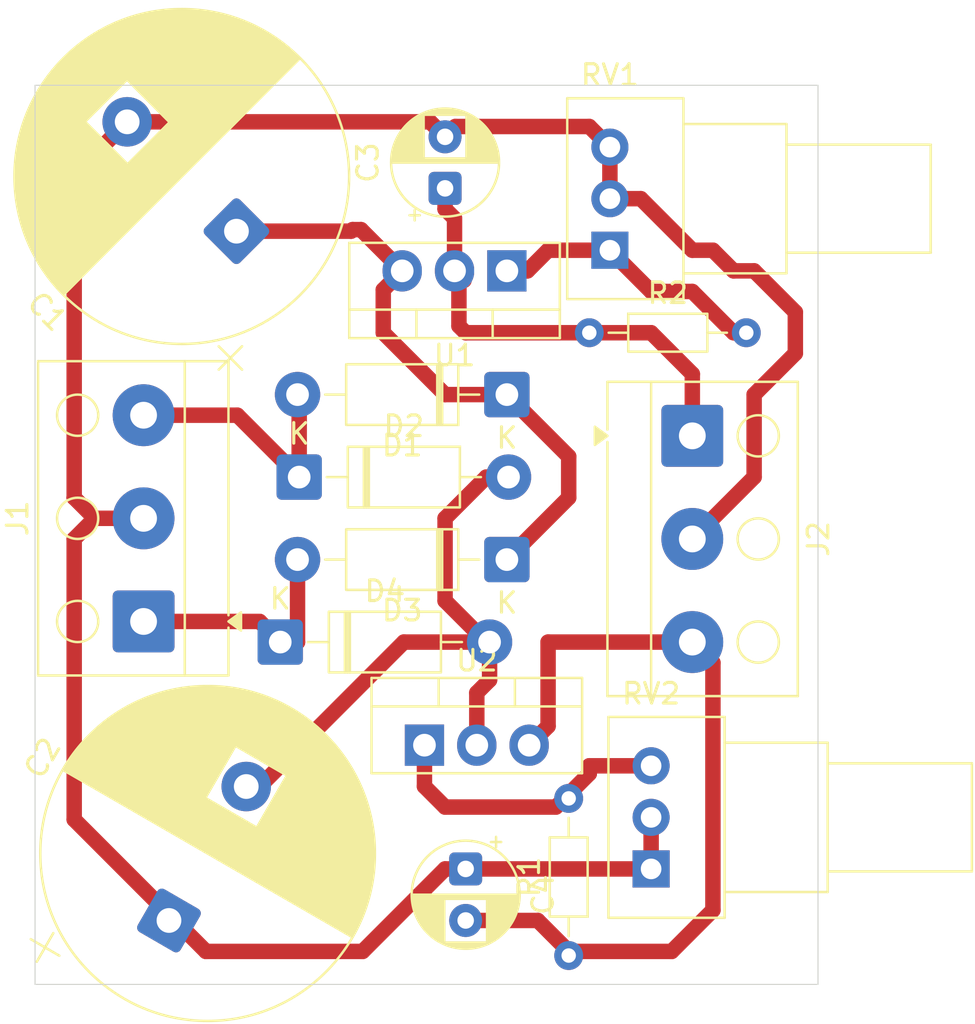
<source format=kicad_pcb>
(kicad_pcb (version 20241229) (generator "pcbnew") (generator_version "9.0")
  (layers (0 "F.Cu" signal) (2 "B.Cu" signal) (13 "F.Paste" user) (15 "B.Paste" user) (5 "F.SilkS" user "F.Silkscreen") (7 "B.SilkS" user "B.Silkscreen") (1 "F.Mask" user) (3 "B.Mask" user) (25 "Edge.Cuts" user))
  (net 0 "")
  (net 1 "Net-(J1-Pin_2)")
  (net 2 "Net-(D1-K)")
  (net 3 "Net-(D2-A)")
  (net 4 "Net-(J2-Pin_1)")
  (net 5 "Net-(J2-Pin_3)")
  (net 6 "Net-(D1-A)")
  (net 7 "Net-(D3-A)")
  (net 8 "Net-(U2-ADJ)")
  (net 9 "Net-(U1-ADJ)")
  (footprint "Package_TO_SOT_THT:TO-220-3_Vertical" (layer "F.Cu") (at 117 89)
    (property "Reference" "U2" (at 2.54 -4.100001 0) (layer "F.SilkS"))
    (property "Value" "LM337_TO220")
    (pad "1" thru_hole rect (at 0 0) (size 1.905 2) (drill 1.1) (layers "*.Cu" "*.Mask") (net 8 "Net-(U2-ADJ)"))
    (pad "2" thru_hole oval (at 2.540003 0.000002) (size 1.905 2) (drill 1.1) (layers "*.Cu" "*.Mask") (net 3 "Net-(D2-A)"))
    (pad "3" thru_hole oval (at 5.08 0) (size 1.905 2) (drill 1.1) (layers "*.Cu" "*.Mask") (net 5 "Net-(J2-Pin_3)"))
  )
  (footprint "Capacitor_THT:CP_Radial_D5.0mm_P2.50mm" (layer "F.Cu") (at 119 95 -90)
    (property "Reference" "C4" (at 1.25 -3.749999 90) (layer "F.SilkS"))
    (property "Value" "C_US")
    (pad "1" thru_hole roundrect (at 0 0 270) (size 1.6 1.6) (drill 0.8) (layers "*.Cu" "*.Mask") (roundrect_rratio 0.15625) (net 1 "Net-(J1-Pin_2)"))
    (pad "2" thru_hole circle (at 2.500001 0 270) (size 1.6 1.6) (drill 0.8) (layers "*.Cu" "*.Mask") (net 5 "Net-(J2-Pin_3)"))
  )
  (footprint "Capacitor_THT:CP_Radial_D16.0mm_P7.50mm" (layer "F.Cu") (at 107.875001 64.076516 135)
    (property "Reference" "C1" (at 3.75 -9.25 135) (layer "F.SilkS"))
    (property "Value" "C_US")
    (pad "1" thru_hole roundrect (at 0 0 135) (size 2.4 2.4) (drill 1.2) (layers "*.Cu" "*.Mask") (roundrect_rratio 0.104167) (net 2 "Net-(D1-K)"))
    (pad "2" thru_hole circle (at 7.5 0 135) (size 2.4 2.4) (drill 1.2) (layers "*.Cu" "*.Mask") (net 1 "Net-(J1-Pin_2)"))
  )
  (footprint "Diode_THT:D_DO-41_SOD81_P10.16mm_Horizontal" (layer "F.Cu") (at 121 72 180)
    (property "Reference" "D1" (at 5.079998 -2.469999 0) (layer "F.SilkS"))
    (property "Value" "1N4007")
    (fp_text user "K" (at 0 -2.1 0) (layer "F.SilkS"))
    (pad "1" thru_hole roundrect (at 0 0 180) (size 2.2 2.2) (drill 1.1) (layers "*.Cu" "*.Mask") (roundrect_rratio 0.113636) (net 2 "Net-(D1-K)"))
    (pad "2" thru_hole circle (at 10.159999 0.000002 180) (size 2.2 2.2) (drill 1.1) (layers "*.Cu" "*.Mask") (net 6 "Net-(D1-A)"))
  )
  (footprint "Diode_THT:D_DO-41_SOD81_P10.16mm_Horizontal" (layer "F.Cu") (at 121 80 180)
    (property "Reference" "D3" (at 5.079999 -2.469999 0) (layer "F.SilkS"))
    (property "Value" "1N4007")
    (fp_text user "K" (at 0 -2.1 0) (layer "F.SilkS"))
    (pad "1" thru_hole roundrect (at 0 0 180) (size 2.2 2.2) (drill 1.1) (layers "*.Cu" "*.Mask") (roundrect_rratio 0.113636) (net 2 "Net-(D1-K)"))
    (pad "2" thru_hole circle (at 10.159999 0.000002 180) (size 2.2 2.2) (drill 1.1) (layers "*.Cu" "*.Mask") (net 7 "Net-(D3-A)"))
  )
  (footprint "Potentiometer_THT:Potentiometer_Alps_RK09Y11_Single_Horizontal" (layer "F.Cu") (at 126 65 180)
    (property "Reference" "RV1" (at 0 8.5 0) (layer "F.SilkS"))
    (property "Value" "R_Potentiometer")
    (pad "1" thru_hole rect (at 0 0) (size 1.8 1.8) (drill 1) (layers "*.Cu" "*.Mask") (net 9 "Net-(U1-ADJ)"))
    (pad "2" thru_hole circle (at -0.000001 2.5) (size 1.8 1.8) (drill 1) (layers "*.Cu" "*.Mask") (net 1 "Net-(J1-Pin_2)"))
    (pad "3" thru_hole circle (at 0 5) (size 1.8 1.8) (drill 1) (layers "*.Cu" "*.Mask") (net 1 "Net-(J1-Pin_2)"))
  )
  (footprint "Capacitor_THT:CP_Radial_D5.0mm_P2.50mm" (layer "F.Cu") (at 118 62 90)
    (property "Reference" "C3" (at 1.250001 -3.750001 90) (layer "F.SilkS"))
    (property "Value" "C_US")
    (pad "1" thru_hole roundrect (at 0 0 90) (size 1.6 1.6) (drill 0.8) (layers "*.Cu" "*.Mask") (roundrect_rratio 0.15625) (net 4 "Net-(J2-Pin_1)"))
    (pad "2" thru_hole circle (at 2.5 -0.000001 90) (size 1.6 1.6) (drill 0.8) (layers "*.Cu" "*.Mask") (net 1 "Net-(J1-Pin_2)"))
  )
  (footprint "Diode_THT:D_DO-41_SOD81_P10.16mm_Horizontal" (layer "F.Cu") (at 110 84)
    (property "Reference" "D4" (at 5.08 -2.47 0) (layer "F.SilkS"))
    (property "Value" "1N4007")
    (fp_text user "K" (at 0 -2.1 0) (layer "F.SilkS"))
    (pad "1" thru_hole roundrect (at 0 0) (size 2.2 2.2) (drill 1.1) (layers "*.Cu" "*.Mask") (roundrect_rratio 0.113636) (net 7 "Net-(D3-A)"))
    (pad "2" thru_hole circle (at 10.159999 0) (size 2.2 2.2) (drill 1.1) (layers "*.Cu" "*.Mask") (net 3 "Net-(D2-A)"))
  )
  (footprint "Capacitor_THT:CP_Radial_D16.0mm_P7.50mm" (layer "F.Cu") (at 104.6 97.5 60)
    (property "Reference" "C2" (at 3.75 -9.25 60) (layer "F.SilkS"))
    (property "Value" "C_US")
    (pad "1" thru_hole roundrect (at 0 0 60) (size 2.4 2.4) (drill 1.2) (layers "*.Cu" "*.Mask") (roundrect_rratio 0.104167) (net 1 "Net-(J1-Pin_2)"))
    (pad "2" thru_hole circle (at 7.5 0 60) (size 2.4 2.4) (drill 1.2) (layers "*.Cu" "*.Mask") (net 3 "Net-(D2-A)"))
  )
  (footprint "Potentiometer_THT:Potentiometer_Alps_RK09Y11_Single_Horizontal" (layer "F.Cu") (at 128 95 180)
    (property "Reference" "RV2" (at 0 8.5 0) (layer "F.SilkS"))
    (property "Value" "R_Potentiometer")
    (pad "1" thru_hole rect (at 0 0) (size 1.8 1.8) (drill 1) (layers "*.Cu" "*.Mask") (net 1 "Net-(J1-Pin_2)"))
    (pad "2" thru_hole circle (at 0 2.500001) (size 1.8 1.8) (drill 1) (layers "*.Cu" "*.Mask") (net 1 "Net-(J1-Pin_2)"))
    (pad "3" thru_hole circle (at 0 5) (size 1.8 1.8) (drill 1) (layers "*.Cu" "*.Mask") (net 8 "Net-(U2-ADJ)"))
  )
  (footprint "Package_TO_SOT_THT:TO-220-3_Vertical" (layer "F.Cu") (at 121 66 180)
    (property "Reference" "U1" (at 2.54 -4.1 0) (layer "F.SilkS"))
    (property "Value" "LM317_TO-220")
    (pad "1" thru_hole rect (at 0 0 180) (size 1.905 2) (drill 1.1) (layers "*.Cu" "*.Mask") (net 9 "Net-(U1-ADJ)"))
    (pad "2" thru_hole oval (at 2.540004 0.000003 180) (size 1.905 2) (drill 1.1) (layers "*.Cu" "*.Mask") (net 4 "Net-(J2-Pin_1)"))
    (pad "3" thru_hole oval (at 5.08 0 180) (size 1.905 2) (drill 1.1) (layers "*.Cu" "*.Mask") (net 2 "Net-(D1-K)"))
  )
  (footprint "Resistor_THT:R_Axial_DIN0204_L3.6mm_D1.6mm_P7.62mm_Horizontal" (layer "F.Cu") (at 124 99.2 90)
    (property "Reference" "R1" (at 3.81 -1.92 90) (layer "F.SilkS"))
    (property "Value" "R_US")
    (pad "1" thru_hole circle (at 0 0 90) (size 1.4 1.4) (drill 0.7) (layers "*.Cu" "*.Mask") (net 5 "Net-(J2-Pin_3)"))
    (pad "2" thru_hole circle (at 7.62 0 90) (size 1.4 1.4) (drill 0.7) (layers "*.Cu" "*.Mask") (net 8 "Net-(U2-ADJ)"))
  )
  (footprint "TerminalBlock_Altech:Altech_AK100_1x03_P5.00mm" (layer "F.Cu") (at 130 74 -90)
    (property "Reference" "J2" (at 4.999999 -6.120003 90) (layer "F.SilkS"))
    (property "Value" "Screw_Terminal_01x03")
    (pad "1" thru_hole roundrect (at 0 0 270) (size 3 3) (drill 1.3) (layers "*.Cu" "*.Mask") (roundrect_rratio 0.083333) (net 4 "Net-(J2-Pin_1)"))
    (pad "2" thru_hole circle (at 5 0 270) (size 3 3) (drill 1.3) (layers "*.Cu" "*.Mask") (net 1 "Net-(J1-Pin_2)"))
    (pad "3" thru_hole circle (at 9.999999 0.000001 270) (size 3 3) (drill 1.3) (layers "*.Cu" "*.Mask") (net 5 "Net-(J2-Pin_3)"))
  )
  (footprint "Resistor_THT:R_Axial_DIN0204_L3.6mm_D1.6mm_P7.62mm_Horizontal" (layer "F.Cu") (at 125 69)
    (property "Reference" "R2" (at 3.81 -1.92 0) (layer "F.SilkS"))
    (property "Value" "R_US")
    (pad "1" thru_hole circle (at 0 0) (size 1.4 1.4) (drill 0.7) (layers "*.Cu" "*.Mask") (net 4 "Net-(J2-Pin_1)"))
    (pad "2" thru_hole circle (at 7.62 0) (size 1.4 1.4) (drill 0.7) (layers "*.Cu" "*.Mask") (net 9 "Net-(U1-ADJ)"))
  )
  (footprint "Diode_THT:D_DO-41_SOD81_P10.16mm_Horizontal" (layer "F.Cu") (at 110.920001 76.000001)
    (property "Reference" "D2" (at 5.079999 -2.470001 0) (layer "F.SilkS"))
    (property "Value" "1N4007")
    (fp_text user "K" (at 0 -2.1 0) (layer "F.SilkS"))
    (pad "1" thru_hole roundrect (at 0 0) (size 2.2 2.2) (drill 1.1) (layers "*.Cu" "*.Mask") (roundrect_rratio 0.113636) (net 6 "Net-(D1-A)"))
    (pad "2" thru_hole circle (at 10.159999 0) (size 2.2 2.2) (drill 1.1) (layers "*.Cu" "*.Mask") (net 3 "Net-(D2-A)"))
  )
  (footprint "TerminalBlock_Altech:Altech_AK100_1x03_P5.00mm" (layer "F.Cu") (at 103.367499 82.999999 90)
    (property "Reference" "J1" (at 5.000001 -6.119999 90) (layer "F.SilkS"))
    (property "Value" "Screw_Terminal_01x03")
    (pad "1" thru_hole roundrect (at 0 0 90) (size 3 3) (drill 1.3) (layers "*.Cu" "*.Mask") (roundrect_rratio 0.083333) (net 7 "Net-(D3-A)"))
    (pad "2" thru_hole circle (at 5 0 90) (size 3 3) (drill 1.3) (layers "*.Cu" "*.Mask") (net 1 "Net-(J1-Pin_2)"))
    (pad "3" thru_hole circle (at 9.999999 0.000001 90) (size 3 3) (drill 1.3) (layers "*.Cu" "*.Mask") (net 6 "Net-(D1-A)"))
  )
  (gr_line (start 98.1 100.6) (end 98.1 57) (stroke (width 0.05)) (layer "Edge.Cuts"))
  (gr_line (start 136.1 100.6) (end 98.1 100.6) (stroke (width 0.05)) (layer "Edge.Cuts"))
  (gr_line (start 136.1 57) (end 136.1 100.6) (stroke (width 0.05)) (layer "Edge.Cuts"))
  (gr_line (start 98.3 57) (end 136.1 57) (stroke (width 0.05)) (layer "Edge.Cuts"))
  (gr_line (start 98.1 57) (end 98.3 57) (stroke (width 0.05)) (layer "Edge.Cuts"))
  (segment (start 128 92.499999) (end 128 95) (width 0.75) (layer "F.Cu") (net 1))
  (segment (start 135 68) (end 135 70) (width 0.75) (layer "F.Cu") (net 1))
  (segment (start 100.000002 61.344913) (end 100.000002 77) (width 0.75) (layer "F.Cu") (net 1))
  (segment (start 104.6 97.206602) (end 100 92.606602) (width 0.75) (layer "F.Cu") (net 1))
  (segment (start 125 59) (end 126 60) (width 0.75) (layer "F.Cu") (net 1))
  (segment (start 118 95) (end 119 95) (width 0.75) (layer "F.Cu") (net 1))
  (segment (start 117.273214 58.773215) (end 117.999999 59.5) (width 0.75) (layer "F.Cu") (net 1))
  (segment (start 135 70) (end 133 72) (width 0.75) (layer "F.Cu") (net 1))
  (segment (start 127.5 62.5) (end 130 65) (width 0.75) (layer "F.Cu") (net 1))
  (segment (start 104.6 97.5) (end 104.893398 97.5) (width 0.75) (layer "F.Cu") (net 1))
  (segment (start 100 92.606602) (end 100 79) (width 0.75) (layer "F.Cu") (net 1))
  (segment (start 114 99) (end 118 95) (width 0.75) (layer "F.Cu") (net 1))
  (segment (start 104.893398 97.5) (end 106.393398 99) (width 0.75) (layer "F.Cu") (net 1))
  (segment (start 119 95) (end 128 95) (width 0.75) (layer "F.Cu") (net 1))
  (segment (start 104.6 97.5) (end 104.6 97.206602) (width 0.75) (layer "F.Cu") (net 1))
  (segment (start 100 79) (end 101.000001 77.999999) (width 0.75) (layer "F.Cu") (net 1))
  (segment (start 100.000002 77) (end 101.000001 77.999999) (width 0.75) (layer "F.Cu") (net 1))
  (segment (start 133 66) (end 135 68) (width 0.75) (layer "F.Cu") (net 1))
  (segment (start 118.499999 59) (end 125 59) (width 0.75) (layer "F.Cu") (net 1))
  (segment (start 131 65) (end 132 66) (width 0.75) (layer "F.Cu") (net 1))
  (segment (start 101.000001 77.999999) (end 103.367499 77.999999) (width 0.75) (layer "F.Cu") (net 1))
  (segment (start 117.999999 59.5) (end 118.499999 59) (width 0.75) (layer "F.Cu") (net 1))
  (segment (start 102.5717 58.773215) (end 117.273214 58.773215) (width 0.75) (layer "F.Cu") (net 1))
  (segment (start 102.5717 58.773215) (end 100.000002 61.344913) (width 0.75) (layer "F.Cu") (net 1))
  (segment (start 100 76.999998) (end 100.000002 77) (width 0.75) (layer "F.Cu") (net 1))
  (segment (start 133 76) (end 130 79) (width 0.75) (layer "F.Cu") (net 1))
  (segment (start 130 65) (end 131 65) (width 0.75) (layer "F.Cu") (net 1))
  (segment (start 133 72) (end 133 76) (width 0.75) (layer "F.Cu") (net 1))
  (segment (start 126 60) (end 126 62.499999) (width 0.75) (layer "F.Cu") (net 1))
  (segment (start 126 62.499999) (end 126.000001 62.5) (width 0.75) (layer "F.Cu") (net 1))
  (segment (start 126.000001 62.5) (end 127.5 62.5) (width 0.75) (layer "F.Cu") (net 1))
  (segment (start 106.393398 99) (end 114 99) (width 0.75) (layer "F.Cu") (net 1))
  (segment (start 132 66) (end 133 66) (width 0.75) (layer "F.Cu") (net 1))
  (segment (start 124 77) (end 124 75) (width 0.75) (layer "F.Cu") (net 2))
  (segment (start 115 69) (end 115 66.92) (width 0.75) (layer "F.Cu") (net 2))
  (segment (start 113.43624 64.076516) (end 107.875001 64.076516) (width 0.75) (layer "F.Cu") (net 2))
  (segment (start 121 72) (end 118 72) (width 0.75) (layer "F.Cu") (net 2))
  (segment (start 113.92 64) (end 113.512756 64) (width 0.75) (layer "F.Cu") (net 2))
  (segment (start 121 80) (end 124 77) (width 0.75) (layer "F.Cu") (net 2))
  (segment (start 115 66.92) (end 115.92 66) (width 0.75) (layer "F.Cu") (net 2))
  (segment (start 118 72) (end 115 69) (width 0.75) (layer "F.Cu") (net 2))
  (segment (start 115.92 66) (end 113.92 64) (width 0.75) (layer "F.Cu") (net 2))
  (segment (start 113.512756 64) (end 113.43624 64.076516) (width 0.75) (layer "F.Cu") (net 2))
  (segment (start 115.92 66.08) (end 115.92 66) (width 0.75) (layer "F.Cu") (net 2))
  (segment (start 124 75) (end 121 72) (width 0.75) (layer "F.Cu") (net 2))
  (segment (start 118 82) (end 118 78) (width 0.75) (layer "F.Cu") (net 3))
  (segment (start 118 78) (end 119.999999 76.000001) (width 0.75) (layer "F.Cu") (net 3))
  (segment (start 108.546699 90.80811) (end 109.19189 90.80811) (width 0.75) (layer "F.Cu") (net 3))
  (segment (start 120 84) (end 118 82) (width 0.75) (layer "F.Cu") (net 3))
  (segment (start 109.19189 90.80811) (end 116 84) (width 0.75) (layer "F.Cu") (net 3))
  (segment (start 116 84) (end 120.159999 84) (width 0.75) (layer "F.Cu") (net 3))
  (segment (start 119.540003 86.459997) (end 119.540003 89.000002) (width 0.75) (layer "F.Cu") (net 3))
  (segment (start 120.159999 85.840001) (end 119.540003 86.459997) (width 0.75) (layer "F.Cu") (net 3))
  (segment (start 120.159999 84) (end 120 84) (width 0.75) (layer "F.Cu") (net 3))
  (segment (start 108.35 91.004809) (end 108.546699 90.80811) (width 0.75) (layer "F.Cu") (net 3))
  (segment (start 119.999999 76.000001) (end 121.08 76.000001) (width 0.75) (layer "F.Cu") (net 3))
  (segment (start 120.159999 84) (end 120.159999 85.840001) (width 0.75) (layer "F.Cu") (net 3))
  (segment (start 130 71) (end 130 74) (width 0.75) (layer "F.Cu") (net 4))
  (segment (start 118 63) (end 118.459996 63.459996) (width 0.75) (layer "F.Cu") (net 4))
  (segment (start 128 69) (end 130 71) (width 0.75) (layer "F.Cu") (net 4))
  (segment (start 118.459996 65.999997) (end 118.6725 66.212501) (width 0.75) (layer "F.Cu") (net 4))
  (segment (start 118.000001 62.999999) (end 118 63) (width 0.75) (layer "F.Cu") (net 4))
  (segment (start 118.6725 68.6725) (end 119 69) (width 0.75) (layer "F.Cu") (net 4))
  (segment (start 125 69) (end 128 69) (width 0.75) (layer "F.Cu") (net 4))
  (segment (start 118.459996 65.999997) (end 118.919995 66.459996) (width 0.75) (layer "F.Cu") (net 4))
  (segment (start 119 69) (end 125 69) (width 0.75) (layer "F.Cu") (net 4))
  (segment (start 118.000001 62.000001) (end 118.000001 62.999999) (width 0.75) (layer "F.Cu") (net 4))
  (segment (start 118.459996 63.459996) (end 118.459996 65.999997) (width 0.75) (layer "F.Cu") (net 4))
  (segment (start 118 62) (end 118.000001 62.000001) (width 0.75) (layer "F.Cu") (net 4))
  (segment (start 118.6725 66.212501) (end 118.6725 68.6725) (width 0.75) (layer "F.Cu") (net 4))
  (segment (start 123 88.08) (end 122.08 89) (width 0.75) (layer "F.Cu") (net 5))
  (segment (start 124 99) (end 124 99.2) (width 0.75) (layer "F.Cu") (net 5))
  (segment (start 131 97) (end 129 99) (width 0.75) (layer "F.Cu") (net 5))
  (segment (start 129 99) (end 124.2 99) (width 0.75) (layer "F.Cu") (net 5))
  (segment (start 119 97.500001) (end 122.500001 97.500001) (width 0.75) (layer "F.Cu") (net 5))
  (segment (start 129.999999 83.999999) (end 129.999998 84) (width 0.75) (layer "F.Cu") (net 5))
  (segment (start 129.999999 83.999999) (end 131 85) (width 0.75) (layer "F.Cu") (net 5))
  (segment (start 122.500001 97.500001) (end 124 99) (width 0.75) (layer "F.Cu") (net 5))
  (segment (start 129.999998 84) (end 123 84) (width 0.75) (layer "F.Cu") (net 5))
  (segment (start 123 84) (end 123 88.08) (width 0.75) (layer "F.Cu") (net 5))
  (segment (start 131 85) (end 131 97) (width 0.75) (layer "F.Cu") (net 5))
  (segment (start 124.2 99) (end 124 99.2) (width 0.75) (layer "F.Cu") (net 5))
  (segment (start 107.92 73) (end 103.3675 73) (width 0.75) (layer "F.Cu") (net 6))
  (segment (start 110.920001 76.000001) (end 107.92 73) (width 0.75) (layer "F.Cu") (net 6))
  (segment (start 110.920001 72.079998) (end 110.920001 76.000001) (width 0.75) (layer "F.Cu") (net 6))
  (segment (start 110.840001 71.999998) (end 110.920001 72.079998) (width 0.75) (layer "F.Cu") (net 6))
  (segment (start 110.839999 84) (end 110 84) (width 0.75) (layer "F.Cu") (net 7))
  (segment (start 108.999999 82.999999) (end 110 84) (width 0.75) (layer "F.Cu") (net 7))
  (segment (start 110.840001 83.999998) (end 110.839999 84) (width 0.75) (layer "F.Cu") (net 7))
  (segment (start 110.840001 79.999998) (end 110.840001 83.999998) (width 0.75) (layer "F.Cu") (net 7))
  (segment (start 103.367499 82.999999) (end 108.999999 82.999999) (width 0.75) (layer "F.Cu") (net 7))
  (segment (start 123.38 92) (end 123.8 91.58) (width 0.75) (layer "F.Cu") (net 8))
  (segment (start 123.8 91.58) (end 124 91.58) (width 0.75) (layer "F.Cu") (net 8))
  (segment (start 118 92) (end 123.38 92) (width 0.75) (layer "F.Cu") (net 8))
  (segment (start 125 90.38) (end 124 91.38) (width 0.75) (layer "F.Cu") (net 8))
  (segment (start 117 91) (end 118 92) (width 0.75) (layer "F.Cu") (net 8))
  (segment (start 125 90) (end 125 90.38) (width 0.75) (layer "F.Cu") (net 8))
  (segment (start 128 90) (end 125 90) (width 0.75) (layer "F.Cu") (net 8))
  (segment (start 124 91.38) (end 124 91.58) (width 0.75) (layer "F.Cu") (net 8))
  (segment (start 117 89) (end 117 91) (width 0.75) (layer "F.Cu") (net 8))
  (segment (start 121 66) (end 122 66) (width 0.75) (layer "F.Cu") (net 9))
  (segment (start 122 66) (end 123 65) (width 0.75) (layer "F.Cu") (net 9))
  (segment (start 128 67) (end 130 67) (width 0.75) (layer "F.Cu") (net 9))
  (segment (start 123 65) (end 126 65) (width 0.75) (layer "F.Cu") (net 9))
  (segment (start 126 65) (end 128 67) (width 0.75) (layer "F.Cu") (net 9))
  (segment (start 132 69) (end 132.62 69) (width 0.75) (layer "F.Cu") (net 9))
  (segment (start 130 67) (end 132 69) (width 0.75) (layer "F.Cu") (net 9))
)
</source>
